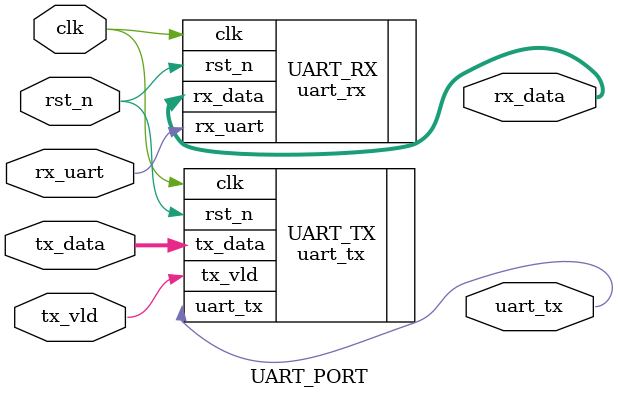
<source format=v>
module UART_PORT(
	clk		,
	rst_n	,
	rx_uart	,
	tx_vld	,
	tx_data	,	
	rx_data	,
	uart_tx
);
input		  			clk;
input	  	  			rst_n;
input	  				rx_uart;
input					tx_vld;
input	[8-1:0]		tx_data;
output[8-1:0]		rx_data;
output			   uart_tx;

wire 	[8-1:0] 		rx_data;
wire 					uart_tx;

uart_rx UART_RX(
	.clk	(clk),
	.rst_n	(rst_n),
	.rx_uart(rx_uart),
	.rx_data(rx_data)
);

uart_tx UART_TX(
	.clk	(clk),
	.rst_n	(rst_n),
	.tx_vld	(tx_vld),
	.tx_data(tx_data),
	.uart_tx(uart_tx)
);

endmodule

</source>
